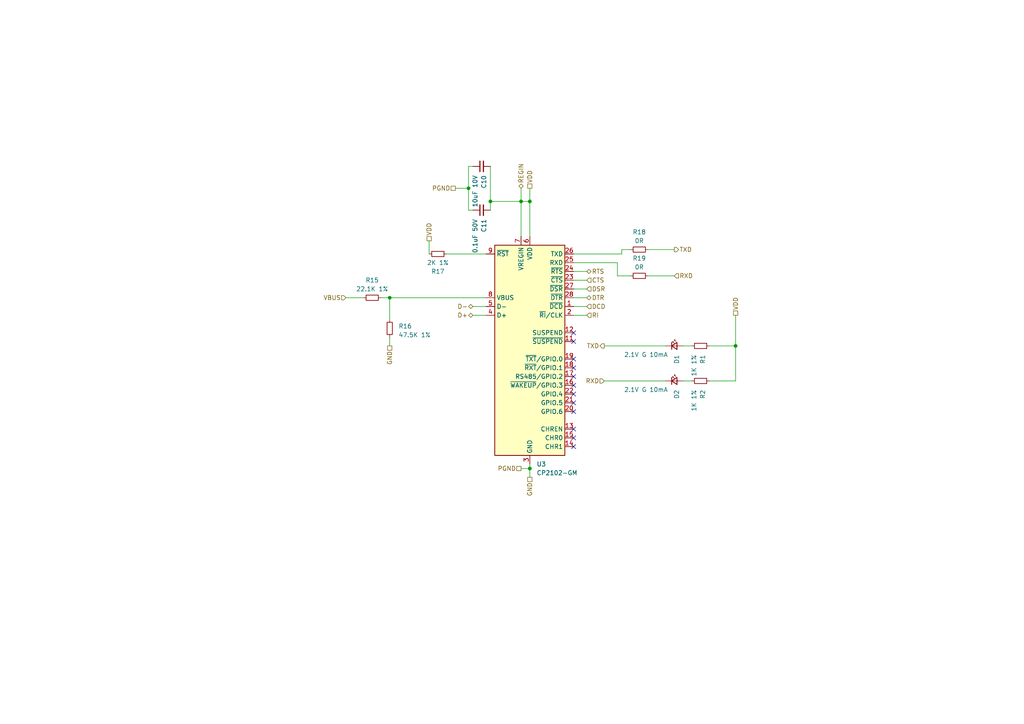
<source format=kicad_sch>
(kicad_sch (version 20250114) (generator "eeschema") (generator_version "9.0")
  (paper "A4")
  (title_block (title "A1S Mini Board") (date "2025-10-05") (rev "0.3.2") (company "Martin Roger"))
  (lib_symbols
    (symbol "Device:C_Small" (pin_numbers (hide yes)) (pin_names (offset 0.254) (hide yes))
      (property "Reference" "C" (at 0.254 1.778 0))
      (property "Value" "C_Small" (at 0.254 -2.032 0))
      (symbol "C_Small_0_1"
        (polyline (pts (xy -1.524 0.508) (xy 1.524 0.508)) (stroke (width 0.3048)))
        (polyline (pts (xy -1.524 -0.508) (xy 1.524 -0.508)) (stroke (width 0.3302)))
      )
      (symbol "C_Small_1_1"
        (pin passive line (at 0 2.54 270) (length 2.032) (name "~") (number "1"))
        (pin passive line (at 0 -2.54 90) (length 2.032) (name "~") (number "2"))
      )
    )
    (symbol "Device:LED_Small" (pin_numbers (hide yes)) (pin_names (offset 0.254) (hide yes))
      (property "Reference" "D" (at -1.27 3.175 0))
      (property "Value" "LED_Small" (at -4.445 -2.54 0))
      (symbol "LED_Small_0_1"
        (polyline (pts (xy -0.762 -1.016) (xy -0.762 1.016)) (stroke (width 0.254)))
        (polyline (pts (xy 0 0.762) (xy -0.508 1.27) (xy -0.254 1.27) (xy -0.508 1.27) (xy -0.508 1.016)))
        (polyline (pts (xy 0.508 1.27) (xy 0 1.778) (xy 0.254 1.778) (xy 0 1.778) (xy 0 1.524)))
        (polyline (pts (xy 0.762 -1.016) (xy -0.762 0) (xy 0.762 1.016) (xy 0.762 -1.016)) (stroke (width 0.254)))
        (polyline (pts (xy 1.016 0) (xy -0.762 0)))
      )
      (symbol "LED_Small_1_1"
        (pin passive line (at -2.54 0 0) (length 1.778) (name "K") (number "1"))
        (pin passive line (at 2.54 0 180) (length 1.778) (name "A") (number "2"))
      )
    )
    (symbol "Device:R_Small" (pin_numbers (hide yes)) (pin_names (offset 0.254) (hide yes))
      (property "Reference" "R" (at 0.762 0.508 0))
      (property "Value" "R_Small" (at 0.762 -1.016 0))
      (symbol "R_Small_0_1"
        (rectangle (start -0.762 1.778) (end 0.762 -1.778) (stroke (width 0.2032)))
      )
      (symbol "R_Small_1_1"
        (pin passive line (at 0 2.54 270) (length 0.762) (name "~") (number "1"))
        (pin passive line (at 0 -2.54 90) (length 0.762) (name "~") (number "2"))
      )
    )
    (symbol "Interface_USB:CP2102N-Axx-xQFN28"
      (property "Reference" "U" (at -8.89 31.75 0))
      (property "Value" "CP2102N-Axx-xQFN28" (at 12.7 31.75 0))
      (symbol "CP2102N-Axx-xQFN28_0_1"
        (rectangle (start -10.16 30.48) (end 10.16 -30.48) (stroke (width 0.254)) (fill (type background)))
      )
      (symbol "CP2102N-Axx-xQFN28_1_1"
        (pin input line (at -12.7 27.94 0) (length 2.54) (name "~{RST}") (number "9"))
        (pin input line (at -12.7 15.24 0) (length 2.54) (name "VBUS") (number "8"))
        (pin bidirectional line (at -12.7 12.7 0) (length 2.54) (name "D-") (number "5"))
        (pin bidirectional line (at -12.7 10.16 0) (length 2.54) (name "D+") (number "4"))
        (pin no_connect line (at -10.16 -27.94 0) (length 2.54) (hide yes) (name "NC") (number "10"))
        (pin power_in line (at -2.54 33.02 270) (length 2.54) (name "VREGIN") (number "7"))
        (pin power_in line (at 0 33.02 270) (length 2.54) (name "VDD") (number "6"))
        (pin passive line (at 0 -33.02 90) (length 2.54) (hide yes) (name "GND") (number "29"))
        (pin power_in line (at 0 -33.02 90) (length 2.54) (name "GND") (number "3"))
        (pin output line (at 12.7 27.94 180) (length 2.54) (name "TXD") (number "26"))
        (pin input line (at 12.7 25.4 180) (length 2.54) (name "RXD") (number "25"))
        (pin output line (at 12.7 22.86 180) (length 2.54) (name "~{RTS}") (number "24"))
        (pin input line (at 12.7 20.32 180) (length 2.54) (name "~{CTS}") (number "23"))
        (pin input line (at 12.7 17.78 180) (length 2.54) (name "~{DSR}") (number "27"))
        (pin output line (at 12.7 15.24 180) (length 2.54) (name "~{DTR}") (number "28"))
        (pin input line (at 12.7 12.7 180) (length 2.54) (name "~{DCD}") (number "1"))
        (pin bidirectional line (at 12.7 10.16 180) (length 2.54) (name "~{RI}/CLK") (number "2"))
        (pin output line (at 12.7 5.08 180) (length 2.54) (name "SUSPEND") (number "12"))
        (pin output line (at 12.7 2.54 180) (length 2.54) (name "~{SUSPEND}") (number "11"))
        (pin bidirectional line (at 12.7 -2.54 180) (length 2.54) (name "~{TXT}/GPIO.0") (number "19"))
        (pin bidirectional line (at 12.7 -5.08 180) (length 2.54) (name "~{RXT}/GPIO.1") (number "18"))
        (pin bidirectional line (at 12.7 -7.62 180) (length 2.54) (name "RS485/GPIO.2") (number "17"))
        (pin bidirectional line (at 12.7 -10.16 180) (length 2.54) (name "~{WAKEUP}/GPIO.3") (number "16"))
        (pin bidirectional line (at 12.7 -12.7 180) (length 2.54) (name "GPIO.4") (number "22"))
        (pin bidirectional line (at 12.7 -15.24 180) (length 2.54) (name "GPIO.5") (number "21"))
        (pin bidirectional line (at 12.7 -17.78 180) (length 2.54) (name "GPIO.6") (number "20"))
        (pin output line (at 12.7 -22.86 180) (length 2.54) (name "CHREN") (number "13"))
        (pin output line (at 12.7 -25.4 180) (length 2.54) (name "CHR0") (number "15"))
        (pin output line (at 12.7 -27.94 180) (length 2.54) (name "CHR1") (number "14"))
      )
    )
  )
  (junction (at 142.24 58.42))
  (junction (at 113.03 86.36))
  (junction (at 153.67 58.42))
  (junction (at 135.89 54.61))
  (junction (at 153.67 135.89))
  (junction (at 151.13 58.42))
  (junction (at 213.36 100.33))
  (no_connect (at 166.37 116.84))
  (no_connect (at 166.37 119.38))
  (no_connect (at 166.37 99.06))
  (no_connect (at 166.37 124.46))
  (no_connect (at 166.37 109.22))
  (no_connect (at 166.37 106.68))
  (no_connect (at 166.37 127))
  (no_connect (at 166.37 96.52))
  (no_connect (at 166.37 129.54))
  (no_connect (at 166.37 111.76))
  (no_connect (at 166.37 114.3))
  (no_connect (at 166.37 104.14))
  (wire (pts (xy 153.67 134.62) (xy 153.67 135.89)))
  (wire (pts (xy 129.54 73.66) (xy 140.97 73.66)))
  (wire (pts (xy 135.89 48.26) (xy 137.16 48.26)))
  (wire (pts (xy 137.16 91.44) (xy 140.97 91.44)))
  (wire (pts (xy 153.67 58.42) (xy 153.67 68.58)))
  (wire (pts (xy 151.13 54.61) (xy 151.13 58.42)))
  (wire (pts (xy 200.66 100.33) (xy 198.12 100.33)))
  (wire (pts (xy 135.89 54.61) (xy 135.89 60.96)))
  (wire (pts (xy 135.89 48.26) (xy 135.89 54.61)))
  (wire (pts (xy 151.13 58.42) (xy 151.13 68.58)))
  (wire (pts (xy 205.74 110.49) (xy 213.36 110.49)))
  (wire (pts (xy 200.66 110.49) (xy 198.12 110.49)))
  (wire (pts (xy 153.67 135.89) (xy 153.67 138.43)))
  (wire (pts (xy 137.16 88.9) (xy 140.97 88.9)))
  (wire (pts (xy 213.36 91.44) (xy 213.36 100.33)))
  (wire (pts (xy 187.96 80.01) (xy 195.58 80.01)))
  (wire (pts (xy 166.37 81.28) (xy 170.18 81.28)))
  (wire (pts (xy 193.04 110.49) (xy 175.26 110.49)))
  (wire (pts (xy 213.36 100.33) (xy 205.74 100.33)))
  (wire (pts (xy 166.37 78.74) (xy 170.18 78.74)))
  (wire (pts (xy 151.13 58.42) (xy 153.67 58.42)))
  (wire (pts (xy 153.67 54.61) (xy 153.67 58.42)))
  (wire (pts (xy 179.07 76.2) (xy 166.37 76.2)))
  (wire (pts (xy 151.13 135.89) (xy 153.67 135.89)))
  (wire (pts (xy 180.34 72.39) (xy 182.88 72.39)))
  (wire (pts (xy 193.04 100.33) (xy 175.26 100.33)))
  (wire (pts (xy 113.03 86.36) (xy 140.97 86.36)))
  (wire (pts (xy 179.07 80.01) (xy 179.07 76.2)))
  (wire (pts (xy 142.24 48.26) (xy 142.24 58.42)))
  (wire (pts (xy 132.08 54.61) (xy 135.89 54.61)))
  (wire (pts (xy 166.37 86.36) (xy 170.18 86.36)))
  (wire (pts (xy 100.33 86.36) (xy 105.41 86.36)))
  (wire (pts (xy 113.03 86.36) (xy 113.03 92.71)))
  (wire (pts (xy 213.36 110.49) (xy 213.36 100.33)))
  (wire (pts (xy 195.58 72.39) (xy 187.96 72.39)))
  (wire (pts (xy 113.03 97.79) (xy 113.03 100.33)))
  (wire (pts (xy 166.37 91.44) (xy 170.18 91.44)))
  (wire (pts (xy 166.37 83.82) (xy 170.18 83.82)))
  (wire (pts (xy 110.49 86.36) (xy 113.03 86.36)))
  (wire (pts (xy 142.24 58.42) (xy 151.13 58.42)))
  (wire (pts (xy 135.89 60.96) (xy 137.16 60.96)))
  (wire (pts (xy 179.07 80.01) (xy 182.88 80.01)))
  (wire (pts (xy 166.37 88.9) (xy 170.18 88.9)))
  (wire (pts (xy 180.34 73.66) (xy 166.37 73.66)))
  (wire (pts (xy 142.24 58.42) (xy 142.24 60.96)))
  (wire (pts (xy 180.34 72.39) (xy 180.34 73.66)))
  (wire (pts (xy 124.46 69.85) (xy 124.46 73.66)))
  (hierarchical_label "TXD" (shape output) (at 195.58 72.39 0))
  (hierarchical_label "RXD" (shape input) (at 175.26 110.49 180))
  (hierarchical_label "DTR" (shape bidirectional) (at 170.18 86.36 0))
  (hierarchical_label "GND" (shape passive) (at 113.03 100.33 270))
  (hierarchical_label "RI" (shape input) (at 170.18 91.44 0))
  (hierarchical_label "CTS" (shape input) (at 170.18 81.28 0))
  (hierarchical_label "GND" (shape passive) (at 153.67 138.43 270))
  (hierarchical_label "PGND" (shape passive) (at 151.13 135.89 180))
  (hierarchical_label "RTS" (shape bidirectional) (at 170.18 78.74 0))
  (hierarchical_label "VBUS" (shape input) (at 100.33 86.36 180))
  (hierarchical_label "D+" (shape bidirectional) (at 137.16 91.44 180))
  (hierarchical_label "TXD" (shape output) (at 175.26 100.33 180))
  (hierarchical_label "DCD" (shape input) (at 170.18 88.9 0))
  (hierarchical_label "VDD" (shape passive) (at 213.36 91.44 90))
  (hierarchical_label "REGIN" (shape bidirectional) (at 151.13 54.61 90))
  (hierarchical_label "RXD" (shape input) (at 195.58 80.01 0))
  (hierarchical_label "VDD" (shape passive) (at 153.67 54.61 90))
  (hierarchical_label "DSR" (shape input) (at 170.18 83.82 0))
  (hierarchical_label "D-" (shape bidirectional) (at 137.16 88.9 180))
  (hierarchical_label "VDD" (shape passive) (at 124.46 69.85 90))
  (hierarchical_label "PGND" (shape passive) (at 132.08 54.61 180))
  (symbol (lib_id "Device:R_Small") (at 203.2 100.33 270) (unit 1)
    (property "Reference" "R1" (at 203.835 102.87 0) (effects (justify left)))
    (property "Value" "1K 1%" (at 201.295 102.87 0) (effects (justify left)))
    (property "Footprint" "Resistor_SMD:R_0603_1608Metric" (effects (hide yes)))
    (property "Datasheet" "https://www.yageo.com/upload/media/product/products/datasheet/rchip/PYu-RC_Group_51_RoHS_L_12.pdf" (effects (hide yes)))
    (property "Description" "RES 1K OHM 1% 1/10W 0603" (effects (hide yes)))
    (property "Manufacturer_Name" "YAGEO" (effects (hide yes)))
    (property "Manufacturer_Part_Number" "RC0603FR-071KL" (effects (hide yes)))
    (property "Type" "SMD" (effects (hide yes)))
  )
  (symbol (lib_id "Device:C_Small") (at 139.7 60.96 90) (unit 1)
    (property "Reference" "C11" (at 140.3414 63.5 0) (effects (justify right)))
    (property "Value" "0.1uF 50V" (at 137.8014 63.5 0) (effects (justify right)))
    (property "Footprint" "Capacitor_SMD:C_0603_1608Metric" (effects (hide yes)))
    (property "Datasheet" "https://mm.digikey.com/Volume0/opasdata/d220001/medias/docus/609/CL10B104KB8NNNC_Spec.pdf" (effects (hide yes)))
    (property "Description" "CAP CER 0.1UF 50V X7R 0603" (effects (hide yes)))
    (property "Manufacturer_Name" "Samsung Electro-Mechanics" (effects (hide yes)))
    (property "Manufacturer_Part_Number" "CL10B104KB8NNNC" (effects (hide yes)))
    (property "Type" "SMD" (effects (hide yes)))
  )
  (symbol (lib_id "Device:LED_Small") (at 195.58 110.49 0) (unit 1)
    (property "Reference" "D2" (at 196.2785 113.03 90) (effects (justify right)))
    (property "Value" "2.1V G 10mA" (at 193.7385 113.03 0) (effects (justify right)))
    (property "Footprint" "LED_SMD:LED_0603_1608Metric" (effects (hide yes)))
    (property "Datasheet" "https://mm.digikey.com/Volume0/opasdata/d220001/medias/docus/858/LTST-C190GKT.pdf" (effects (hide yes)))
    (property "Description" "LED GREEN CLEAR CHIP SMD" (effects (hide yes)))
    (property "Manufacturer_Name" "Lite-On Inc." (effects (hide yes)))
    (property "Manufacturer_Part_Number" "LTST-C190GKT" (effects (hide yes)))
    (property "Type" "SMD" (effects (hide yes)))
    (instances (project "a1s-mini" (path "" (reference "D2") (unit 1))) (project "ipodesp32 PL2303" (path "" (reference "D3") (unit 1))))
  )
  (symbol (lib_id "Device:LED_Small") (at 195.58 100.33 0) (unit 1)
    (property "Reference" "D1" (at 196.2785 102.87 90) (effects (justify right)))
    (property "Value" "2.1V G 10mA" (at 193.7385 102.87 0) (effects (justify right)))
    (property "Footprint" "LED_SMD:LED_0603_1608Metric" (effects (hide yes)))
    (property "Datasheet" "https://mm.digikey.com/Volume0/opasdata/d220001/medias/docus/858/LTST-C190GKT.pdf" (effects (hide yes)))
    (property "Description" "LED GREEN CLEAR CHIP SMD" (effects (hide yes)))
    (property "Manufacturer_Name" "Lite-On Inc." (effects (hide yes)))
    (property "Manufacturer_Part_Number" "LTST-C190GKT" (effects (hide yes)))
    (property "Type" "SMD" (effects (hide yes)))
    (instances (project "a1s-mini" (path "" (reference "D1") (unit 1))) (project "ipodesp32 PL2303" (path "" (reference "D3") (unit 1))))
  )
  (symbol (lib_id "Device:R_Small") (at 185.42 80.01 90) (unit 1)
    (property "Reference" "R19" (at 185.42 74.93 90))
    (property "Value" "0R" (at 185.42 77.47 90))
    (property "Footprint" "Resistor_SMD:R_0603_1608Metric" (effects (hide yes)))
    (property "Datasheet" "https://www.seielect.com/catalog/sei-rmcf_rmcp.pdf" (effects (hide yes)))
    (property "Description" "RES 0 OHM JUMPER 1/10W 0603" (effects (hide yes)))
    (property "Manufacturer_Name" "StackPole Electronics" (effects (hide yes)))
    (property "Manufacturer_Part_Number" "RMCF0603ZT0R00" (effects (hide yes)))
    (property "Type" "SMD" (effects (hide yes)))
  )
  (symbol (lib_id "Device:C_Small") (at 139.7 48.26 90) (unit 1)
    (property "Reference" "C10" (at 140.3414 50.8 0) (effects (justify right)))
    (property "Value" "10uF 10V" (at 137.8014 50.8 0) (effects (justify right)))
    (property "Footprint" "Capacitor_SMD:C_0603_1608Metric" (effects (hide yes)))
    (property "Datasheet" "https://mm.digikey.com/Volume0/opasdata/d220001/medias/docus/43/CL10A106KP8NNNC_Spec.pdf" (effects (hide yes)))
    (property "Description" "CAP CER 10UF 10V X5R 0603" (effects (hide yes)))
    (property "Manufacturer_Name" "Samsung Electro-Mechanics" (effects (hide yes)))
    (property "Manufacturer_Part_Number" "CL10A106KP8NNNC" (effects (hide yes)))
    (property "Type" "SMD" (effects (hide yes)))
  )
  (symbol (lib_id "Device:R_Small") (at 107.95 86.36 90) (unit 1)
    (property "Reference" "R15" (at 107.95 81.28 90))
    (property "Value" "22.1K 1%" (at 107.95 83.82 90))
    (property "Footprint" "Resistor_SMD:R_0603_1608Metric" (effects (hide yes)))
    (property "Datasheet" "https://www.seielect.com/catalog/sei-rmcf_rmcp.pdf" (effects (hide yes)))
    (property "Description" "RES 22.1K OHM 1% 1/10W 0603" (effects (hide yes)))
    (property "Manufacturer_Name" "StackPole Electronics" (effects (hide yes)))
    (property "Manufacturer_Part_Number" "RMCF0603FT22K1" (effects (hide yes)))
    (property "Type" "SMD" (effects (hide yes)))
  )
  (symbol (lib_id "Device:R_Small") (at 203.2 110.49 270) (unit 1)
    (property "Reference" "R2" (at 203.835 113.03 0) (effects (justify left)))
    (property "Value" "1K 1%" (at 201.295 113.03 0) (effects (justify left)))
    (property "Footprint" "Resistor_SMD:R_0603_1608Metric" (effects (hide yes)))
    (property "Datasheet" "https://www.yageo.com/upload/media/product/products/datasheet/rchip/PYu-RC_Group_51_RoHS_L_12.pdf" (effects (hide yes)))
    (property "Description" "RES 1K OHM 1% 1/10W 0603" (effects (hide yes)))
    (property "Manufacturer_Name" "YAGEO" (effects (hide yes)))
    (property "Manufacturer_Part_Number" "RC0603FR-071KL" (effects (hide yes)))
    (property "Type" "SMD" (effects (hide yes)))
  )
  (symbol (lib_id "Device:R_Small") (at 185.42 72.39 90) (unit 1)
    (property "Reference" "R18" (at 185.42 67.31 90))
    (property "Value" "0R" (at 185.42 69.85 90))
    (property "Footprint" "Resistor_SMD:R_0603_1608Metric" (effects (hide yes)))
    (property "Datasheet" "https://www.seielect.com/catalog/sei-rmcf_rmcp.pdf" (effects (hide yes)))
    (property "Description" "RES 0 OHM JUMPER 1/10W 0603" (effects (hide yes)))
    (property "Manufacturer_Name" "StackPole Electronics" (effects (hide yes)))
    (property "Manufacturer_Part_Number" "RMCF0603ZT0R00" (effects (hide yes)))
    (property "Type" "SMD" (effects (hide yes)))
  )
  (symbol (lib_id "Device:R_Small") (at 127 73.66 90) (mirror x) (unit 1)
    (property "Reference" "R17" (at 127 78.74 90))
    (property "Value" "2K 1%" (at 127 76.2 90))
    (property "Footprint" "Resistor_SMD:R_0603_1608Metric" (effects (hide yes)))
    (property "Datasheet" "https://www.seielect.com/catalog/sei-rmcf_rmcp.pdf" (effects (hide yes)))
    (property "Description" "RES 2K OHM 1% 1/10W 0603" (effects (hide yes)))
    (property "Manufacturer_Name" "StackPole Electronics" (effects (hide yes)))
    (property "Manufacturer_Part_Number" "RMCF0603FT2K00" (effects (hide yes)))
    (property "Type" "SMD" (effects (hide yes)))
  )
  (symbol (lib_id "Device:R_Small") (at 113.03 95.25 0) (unit 1)
    (property "Reference" "R16" (at 115.57 94.615 0) (effects (justify left)))
    (property "Value" "47.5K 1%" (at 115.57 97.155 0) (effects (justify left)))
    (property "Footprint" "Resistor_SMD:R_0603_1608Metric" (effects (hide yes)))
    (property "Datasheet" "https://industrial.panasonic.com/cdbs/www-data/pdf/RDA0000/AOA0000C304.pdf" (effects (hide yes)))
    (property "Description" "RES SMD 47.5K OHM 1% 1/10W 0603" (effects (hide yes)))
    (property "Manufacturer_Name" "Panasonic Electronic Components" (effects (hide yes)))
    (property "Manufacturer_Part_Number" "ERJ-3EKF4752V" (effects (hide yes)))
    (property "Type" "SMD" (effects (hide yes)))
  )
  (symbol (lib_id "Interface_USB:CP2102N-Axx-xQFN28") (at 153.67 101.6 0) (unit 1)
    (property "Reference" "U3" (at 155.6259 134.62 0) (effects (justify left)))
    (property "Value" "CP2102-GM" (at 155.6259 137.16 0) (effects (justify left)))
    (property "Footprint" "Package_DFN_QFN:QFN-28-1EP_5x5mm_P0.5mm_EP3.35x3.35mm" (effects (hide yes)))
    (property "Datasheet" "https://www.silabs.com/documents/public/data-sheets/CP2102-9.pdf" (effects (hide yes)))
    (property "Description" "IC USB TO UART BRIDGE QFN28" (effects (hide yes)))
    (property "Manufacturer_Name" "Silicon Labs" (effects (hide yes)))
    (property "Manufacturer_Part_Number" "CP2102-GM" (effects (hide yes)))
    (property "Type" "SMD" (effects (hide yes)))
  )
)
</source>
